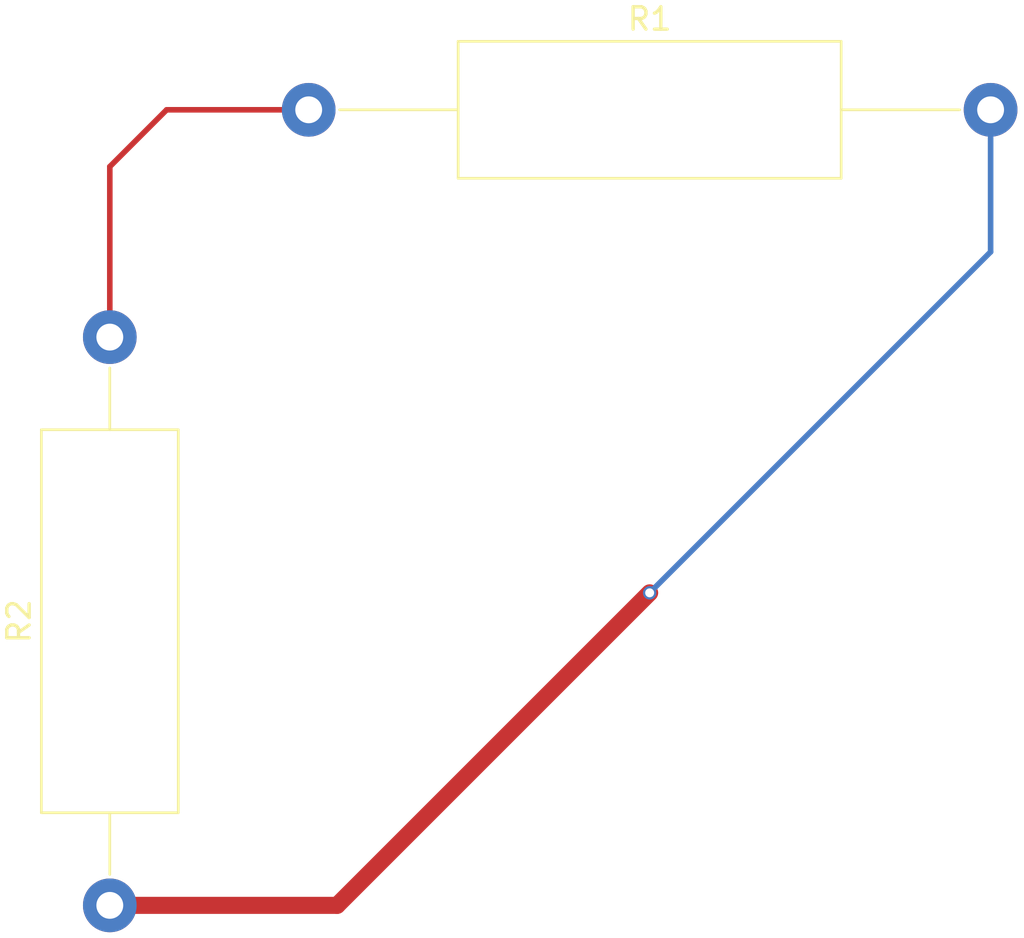
<source format=kicad_pcb>
(kicad_pcb (version 4) (host pcbnew 4.0.7)

  (general
    (links 2)
    (no_connects 0)
    (area 107.995 81.325 155.140002 124.660002)
    (thickness 1.6)
    (drawings 0)
    (tracks 9)
    (zones 0)
    (modules 2)
    (nets 3)
  )

  (page A4)
  (layers
    (0 F.Cu signal)
    (31 B.Cu signal)
    (32 B.Adhes user hide)
    (33 F.Adhes user hide)
    (34 B.Paste user hide)
    (35 F.Paste user hide)
    (36 B.SilkS user hide)
    (37 F.SilkS user)
    (38 B.Mask user hide)
    (39 F.Mask user hide)
    (40 Dwgs.User user hide)
    (41 Cmts.User user hide)
    (42 Eco1.User user hide)
    (43 Eco2.User user hide)
    (44 Edge.Cuts user hide)
    (45 Margin user hide)
    (46 B.CrtYd user hide)
    (47 F.CrtYd user hide)
    (48 B.Fab user hide)
    (49 F.Fab user hide)
  )

  (setup
    (last_trace_width 0.762)
    (user_trace_width 0.762)
    (trace_clearance 0.2)
    (zone_clearance 0.508)
    (zone_45_only no)
    (trace_min 0.2)
    (segment_width 0.2)
    (edge_width 0.15)
    (via_size 0.6)
    (via_drill 0.4)
    (via_min_size 0.4)
    (via_min_drill 0.3)
    (user_via 1.27 1.016)
    (uvia_size 0.3)
    (uvia_drill 0.1)
    (uvias_allowed no)
    (uvia_min_size 0.2)
    (uvia_min_drill 0.1)
    (pcb_text_width 0.3)
    (pcb_text_size 1.5 1.5)
    (mod_edge_width 0.15)
    (mod_text_size 1 1)
    (mod_text_width 0.15)
    (pad_size 1.524 1.524)
    (pad_drill 0.762)
    (pad_to_mask_clearance 0.2)
    (aux_axis_origin 0 0)
    (visible_elements 7FFFFFFF)
    (pcbplotparams
      (layerselection 0x00030_80000001)
      (usegerberextensions false)
      (excludeedgelayer true)
      (linewidth 0.100000)
      (plotframeref false)
      (viasonmask false)
      (mode 1)
      (useauxorigin false)
      (hpglpennumber 1)
      (hpglpenspeed 20)
      (hpglpendiameter 15)
      (hpglpenoverlay 2)
      (psnegative false)
      (psa4output false)
      (plotreference true)
      (plotvalue true)
      (plotinvisibletext false)
      (padsonsilk false)
      (subtractmaskfromsilk false)
      (outputformat 1)
      (mirror false)
      (drillshape 1)
      (scaleselection 1)
      (outputdirectory ""))
  )

  (net 0 "")
  (net 1 "Net-(R1-Pad1)")
  (net 2 "Net-(R1-Pad2)")

  (net_class Default "This is the default net class."
    (clearance 0.2)
    (trace_width 0.25)
    (via_dia 0.6)
    (via_drill 0.4)
    (uvia_dia 0.3)
    (uvia_drill 0.1)
    (add_net "Net-(R1-Pad1)")
    (add_net "Net-(R1-Pad2)")
  )

  (module Resistors_THT:R_Axial_DIN0617_L17.0mm_D6.0mm_P30.48mm_Horizontal (layer F.Cu) (tedit 5874F706) (tstamp 5C145726)
    (at 121.92 86.36)
    (descr Resistor)
    (tags Resistor)
    (path /5C1455EE)
    (fp_text reference R1 (at 15.24 -4.06) (layer F.SilkS)
      (effects (font (size 1 1) (thickness 0.15)))
    )
    (fp_text value R (at 15.24 4.06) (layer F.Fab)
      (effects (font (size 1 1) (thickness 0.15)))
    )
    (fp_line (start 6.74 -3) (end 6.74 3) (layer F.Fab) (width 0.1))
    (fp_line (start 6.74 3) (end 23.74 3) (layer F.Fab) (width 0.1))
    (fp_line (start 23.74 3) (end 23.74 -3) (layer F.Fab) (width 0.1))
    (fp_line (start 23.74 -3) (end 6.74 -3) (layer F.Fab) (width 0.1))
    (fp_line (start 0 0) (end 6.74 0) (layer F.Fab) (width 0.1))
    (fp_line (start 30.48 0) (end 23.74 0) (layer F.Fab) (width 0.1))
    (fp_line (start 6.68 -3.06) (end 6.68 3.06) (layer F.SilkS) (width 0.12))
    (fp_line (start 6.68 3.06) (end 23.8 3.06) (layer F.SilkS) (width 0.12))
    (fp_line (start 23.8 3.06) (end 23.8 -3.06) (layer F.SilkS) (width 0.12))
    (fp_line (start 23.8 -3.06) (end 6.68 -3.06) (layer F.SilkS) (width 0.12))
    (fp_line (start 1.38 0) (end 6.68 0) (layer F.SilkS) (width 0.12))
    (fp_line (start 29.1 0) (end 23.8 0) (layer F.SilkS) (width 0.12))
    (fp_line (start -1.45 -3.35) (end -1.45 3.35) (layer F.CrtYd) (width 0.05))
    (fp_line (start -1.45 3.35) (end 31.95 3.35) (layer F.CrtYd) (width 0.05))
    (fp_line (start 31.95 3.35) (end 31.95 -3.35) (layer F.CrtYd) (width 0.05))
    (fp_line (start 31.95 -3.35) (end -1.45 -3.35) (layer F.CrtYd) (width 0.05))
    (pad 1 thru_hole circle (at 0 0) (size 2.4 2.4) (drill 1.2) (layers *.Cu *.Mask)
      (net 1 "Net-(R1-Pad1)"))
    (pad 2 thru_hole oval (at 30.48 0) (size 2.4 2.4) (drill 1.2) (layers *.Cu *.Mask)
      (net 2 "Net-(R1-Pad2)"))
    (model ${KISYS3DMOD}/Resistors_THT.3dshapes/R_Axial_DIN0617_L17.0mm_D6.0mm_P30.48mm_Horizontal.wrl
      (at (xyz 0 0 0))
      (scale (xyz 0.393701 0.393701 0.393701))
      (rotate (xyz 0 0 0))
    )
  )

  (module Resistors_THT:R_Axial_DIN0617_L17.0mm_D6.0mm_P25.40mm_Horizontal (layer F.Cu) (tedit 5874F706) (tstamp 5C15106E)
    (at 113.03 121.92 90)
    (descr "Resistor, Axial_DIN0617 series, Axial, Horizontal, pin pitch=25.4mm, 2W, length*diameter=17*6mm^2, http://www.vishay.com/docs/20128/wkxwrx.pdf")
    (tags "Resistor Axial_DIN0617 series Axial Horizontal pin pitch 25.4mm 2W length 17mm diameter 6mm")
    (path /5C145653)
    (fp_text reference R2 (at 12.7 -4.06 90) (layer F.SilkS)
      (effects (font (size 1 1) (thickness 0.15)))
    )
    (fp_text value R (at 12.7 4.06 90) (layer F.Fab)
      (effects (font (size 1 1) (thickness 0.15)))
    )
    (fp_line (start 4.2 -3) (end 4.2 3) (layer F.Fab) (width 0.1))
    (fp_line (start 4.2 3) (end 21.2 3) (layer F.Fab) (width 0.1))
    (fp_line (start 21.2 3) (end 21.2 -3) (layer F.Fab) (width 0.1))
    (fp_line (start 21.2 -3) (end 4.2 -3) (layer F.Fab) (width 0.1))
    (fp_line (start 0 0) (end 4.2 0) (layer F.Fab) (width 0.1))
    (fp_line (start 25.4 0) (end 21.2 0) (layer F.Fab) (width 0.1))
    (fp_line (start 4.14 -3.06) (end 4.14 3.06) (layer F.SilkS) (width 0.12))
    (fp_line (start 4.14 3.06) (end 21.26 3.06) (layer F.SilkS) (width 0.12))
    (fp_line (start 21.26 3.06) (end 21.26 -3.06) (layer F.SilkS) (width 0.12))
    (fp_line (start 21.26 -3.06) (end 4.14 -3.06) (layer F.SilkS) (width 0.12))
    (fp_line (start 1.38 0) (end 4.14 0) (layer F.SilkS) (width 0.12))
    (fp_line (start 24.02 0) (end 21.26 0) (layer F.SilkS) (width 0.12))
    (fp_line (start -1.45 -3.35) (end -1.45 3.35) (layer F.CrtYd) (width 0.05))
    (fp_line (start -1.45 3.35) (end 26.85 3.35) (layer F.CrtYd) (width 0.05))
    (fp_line (start 26.85 3.35) (end 26.85 -3.35) (layer F.CrtYd) (width 0.05))
    (fp_line (start 26.85 -3.35) (end -1.45 -3.35) (layer F.CrtYd) (width 0.05))
    (pad 1 thru_hole circle (at 0 0 90) (size 2.4 2.4) (drill 1.2) (layers *.Cu *.Mask)
      (net 2 "Net-(R1-Pad2)"))
    (pad 2 thru_hole oval (at 25.4 0 90) (size 2.4 2.4) (drill 1.2) (layers *.Cu *.Mask)
      (net 1 "Net-(R1-Pad1)"))
    (model ${KISYS3DMOD}/Resistors_THT.3dshapes/R_Axial_DIN0617_L17.0mm_D6.0mm_P25.40mm_Horizontal.wrl
      (at (xyz 0 0 0))
      (scale (xyz 0.393701 0.393701 0.393701))
      (rotate (xyz 0 0 0))
    )
  )

  (segment (start 113.03 96.52) (end 113.03 88.9) (width 0.25) (layer F.Cu) (net 1))
  (segment (start 115.57 86.36) (end 121.92 86.36) (width 0.25) (layer F.Cu) (net 1) (tstamp 5C151114))
  (segment (start 113.03 88.9) (end 115.57 86.36) (width 0.25) (layer F.Cu) (net 1) (tstamp 5C151111))
  (segment (start 113.03 121.92) (end 123.19 121.92) (width 0.762) (layer F.Cu) (net 2) (status 400000))
  (segment (start 123.19 121.92) (end 137.16 107.95) (width 0.762) (layer F.Cu) (net 2) (tstamp 5C27A8C2))
  (segment (start 152.4 92.71) (end 152.4 86.36) (width 0.25) (layer B.Cu) (net 2) (tstamp 5C27A796) (status 800000))
  (segment (start 137.16 107.95) (end 152.4 92.71) (width 0.25) (layer B.Cu) (net 2) (tstamp 5C27A795))
  (via (at 137.16 107.95) (size 0.6) (drill 0.4) (layers F.Cu B.Cu) (net 2))
  (segment (start 123.19 121.92) (end 137.16 107.95) (width 0.25) (layer F.Cu) (net 2) (tstamp 5C27A78F))

)

</source>
